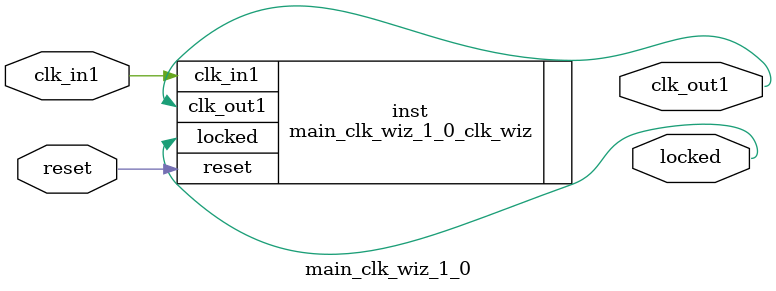
<source format=v>


`timescale 1ps/1ps

(* CORE_GENERATION_INFO = "main_clk_wiz_1_0,clk_wiz_v6_0_15_0_0,{component_name=main_clk_wiz_1_0,use_phase_alignment=true,use_min_o_jitter=false,use_max_i_jitter=false,use_dyn_phase_shift=false,use_inclk_switchover=false,use_dyn_reconfig=false,enable_axi=0,feedback_source=FDBK_AUTO,PRIMITIVE=MMCM,num_out_clk=1,clkin1_period=20.000,clkin2_period=10.0,use_power_down=false,use_reset=true,use_locked=true,use_inclk_stopped=false,feedback_type=SINGLE,CLOCK_MGR_TYPE=NA,manual_override=false}" *)

module main_clk_wiz_1_0 
 (
  // Clock out ports
  output        clk_out1,
  // Status and control signals
  input         reset,
  output        locked,
 // Clock in ports
  input         clk_in1
 );

  main_clk_wiz_1_0_clk_wiz inst
  (
  // Clock out ports  
  .clk_out1(clk_out1),
  // Status and control signals               
  .reset(reset), 
  .locked(locked),
 // Clock in ports
  .clk_in1(clk_in1)
  );

endmodule

</source>
